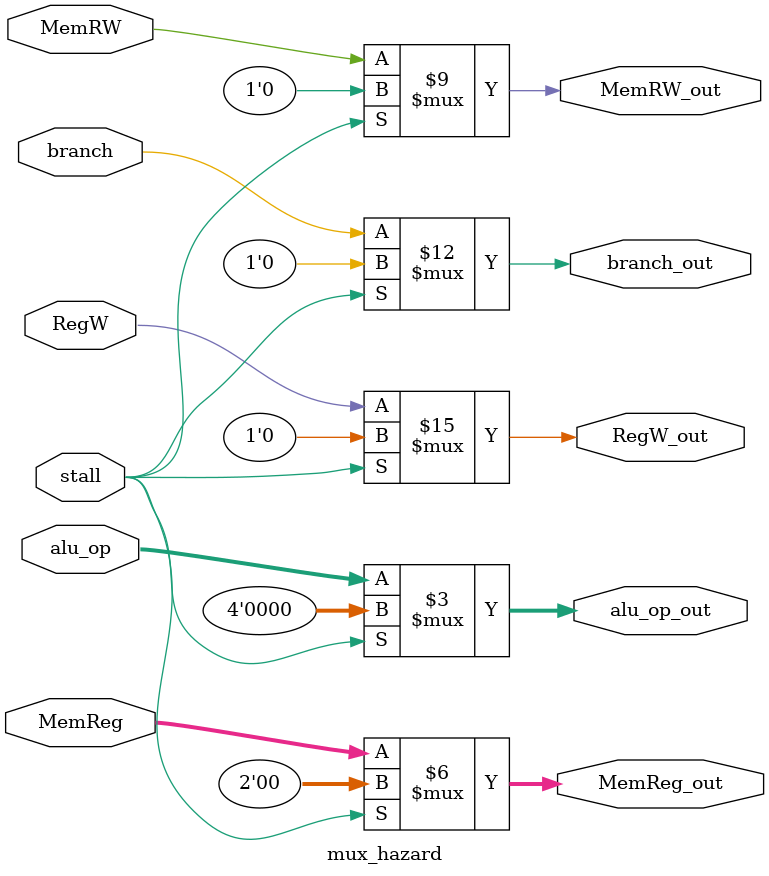
<source format=v>
module mux_hazard (input stall,
                   input RegW, branch, MemRW, 
                   input [1:0] MemReg, 
                   input [3:0] alu_op, 
                   output reg RegW_out, branch_out, MemRW_out, 
                   output reg [1:0] MemReg_out, 
                   output reg [3:0] alu_op_out  );
always @(stall, RegW, branch, MemRW, MemReg, alu_op) begin
  if (stall) begin
    RegW_out= 1'b0;
    branch_out= 1'b0;
    MemRW_out= 1'b0;
    MemReg_out= 2'b00;
    alu_op_out= 4'b0000;
  end
  else begin
    RegW_out= RegW;
    branch_out= branch;
    MemRW_out= MemRW;
    MemReg_out= MemReg;
    alu_op_out= alu_op;
  end
end
endmodule


</source>
